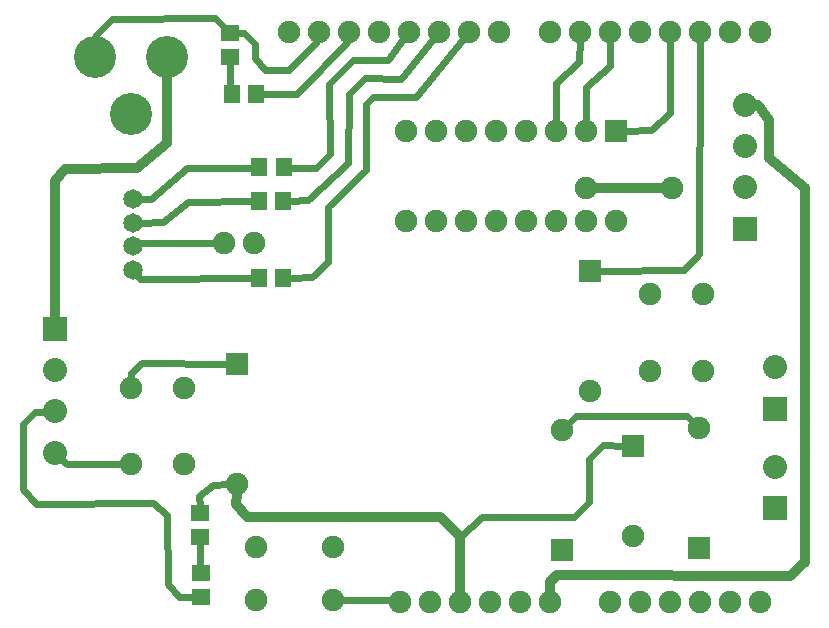
<source format=gtl>
G04 MADE WITH FRITZING*
G04 WWW.FRITZING.ORG*
G04 DOUBLE SIDED*
G04 HOLES PLATED*
G04 CONTOUR ON CENTER OF CONTOUR VECTOR*
%ASAXBY*%
%FSLAX23Y23*%
%MOIN*%
%OFA0B0*%
%SFA1.0B1.0*%
%ADD10C,0.075000*%
%ADD11C,0.080000*%
%ADD12C,0.065000*%
%ADD13C,0.140000*%
%ADD14R,0.080000X0.080000*%
%ADD15R,0.075000X0.075000*%
%ADD16R,0.059055X0.055118*%
%ADD17R,0.055118X0.059055*%
%ADD18C,0.032000*%
%ADD19C,0.024000*%
%LNCOPPER1*%
G90*
G70*
G54D10*
X949Y1993D03*
X1049Y1993D03*
X1149Y1993D03*
X1249Y1993D03*
X1349Y1993D03*
X1449Y1993D03*
X1549Y1993D03*
X1649Y1993D03*
X1819Y1993D03*
X1919Y1993D03*
X2019Y1993D03*
X2119Y1993D03*
X2219Y1993D03*
X2319Y1993D03*
X2419Y1993D03*
X2519Y1993D03*
X1319Y93D03*
X1419Y93D03*
X1519Y93D03*
X1619Y93D03*
X1719Y93D03*
X1819Y93D03*
X2019Y93D03*
X2119Y93D03*
X2219Y93D03*
X2319Y93D03*
X2419Y93D03*
X2519Y93D03*
G54D11*
X2472Y1337D03*
X2472Y1475D03*
X2472Y1612D03*
X2472Y1750D03*
G54D12*
X430Y1199D03*
X430Y1278D03*
X430Y1357D03*
X430Y1436D03*
G54D13*
X545Y1910D03*
X305Y1910D03*
X425Y1720D03*
G54D10*
X841Y277D03*
X1097Y277D03*
X841Y100D03*
X1097Y100D03*
X2040Y1663D03*
X2040Y1363D03*
X1940Y1663D03*
X1940Y1363D03*
X1840Y1663D03*
X1840Y1363D03*
X1740Y1663D03*
X1740Y1363D03*
X1640Y1663D03*
X1640Y1363D03*
X1540Y1663D03*
X1540Y1363D03*
X1440Y1663D03*
X1440Y1363D03*
X1340Y1663D03*
X1340Y1363D03*
X601Y806D03*
X601Y551D03*
X423Y806D03*
X423Y551D03*
X2332Y1119D03*
X2332Y863D03*
X2155Y1119D03*
X2155Y863D03*
X1954Y1195D03*
X1954Y795D03*
X2317Y273D03*
X2317Y673D03*
X1862Y264D03*
X1862Y664D03*
X776Y886D03*
X776Y486D03*
G54D11*
X169Y1003D03*
X169Y865D03*
X169Y728D03*
X169Y590D03*
X2569Y737D03*
X2569Y874D03*
G54D10*
X2096Y612D03*
X2096Y312D03*
G54D11*
X2570Y405D03*
X2570Y543D03*
G54D10*
X835Y1290D03*
X735Y1290D03*
X2226Y1472D03*
X1940Y1472D03*
G54D14*
X2472Y1337D03*
G54D15*
X2040Y1663D03*
X1954Y1195D03*
X2317Y273D03*
X1862Y264D03*
X776Y886D03*
G54D14*
X169Y1003D03*
X2569Y737D03*
G54D15*
X2096Y612D03*
G54D14*
X2570Y405D03*
G54D16*
X755Y1989D03*
X755Y1909D03*
G54D17*
X761Y1785D03*
X842Y1785D03*
X931Y1171D03*
X850Y1171D03*
X932Y1429D03*
X851Y1429D03*
X933Y1541D03*
X852Y1541D03*
G54D16*
X654Y309D03*
X654Y389D03*
X656Y108D03*
X656Y189D03*
G54D18*
X444Y1538D02*
X205Y1537D01*
D02*
X169Y1497D02*
X169Y1040D01*
D02*
X543Y1622D02*
X444Y1538D01*
D02*
X205Y1537D02*
X169Y1497D01*
D02*
X544Y1844D02*
X543Y1622D01*
G54D19*
D02*
X2156Y1664D02*
X2069Y1663D01*
D02*
X2219Y1722D02*
X2156Y1664D01*
D02*
X2219Y1964D02*
X2219Y1722D01*
D02*
X1941Y1808D02*
X2020Y1878D01*
D02*
X1940Y1692D02*
X1941Y1808D01*
D02*
X2020Y1878D02*
X2019Y1964D01*
D02*
X1839Y1822D02*
X1840Y1692D01*
D02*
X1919Y1964D02*
X1916Y1892D01*
D02*
X1916Y1892D02*
X1839Y1822D01*
D02*
X2276Y713D02*
X2296Y693D01*
D02*
X1882Y685D02*
X1908Y712D01*
D02*
X1908Y712D02*
X2276Y713D01*
G54D18*
D02*
X2670Y1471D02*
X2551Y1573D01*
D02*
X2551Y1573D02*
X2551Y1700D01*
D02*
X2551Y1700D02*
X2514Y1748D01*
D02*
X2514Y1748D02*
X2508Y1748D01*
D02*
X2670Y227D02*
X2670Y1471D01*
D02*
X1819Y159D02*
X1844Y181D01*
D02*
X1844Y181D02*
X2619Y179D01*
D02*
X2619Y179D02*
X2670Y227D01*
D02*
X1819Y127D02*
X1819Y159D01*
G54D19*
D02*
X1520Y310D02*
X1593Y377D01*
D02*
X1593Y377D02*
X1900Y377D01*
D02*
X1900Y377D02*
X1949Y426D01*
D02*
X1949Y426D02*
X1949Y568D01*
D02*
X1949Y568D02*
X1996Y615D01*
D02*
X1996Y615D02*
X2068Y613D01*
D02*
X1519Y121D02*
X1520Y310D01*
D02*
X1296Y98D02*
X1126Y100D01*
D02*
X1292Y100D02*
X1296Y98D01*
G54D18*
D02*
X775Y418D02*
X776Y452D01*
D02*
X809Y377D02*
X775Y418D01*
D02*
X1453Y377D02*
X809Y377D01*
D02*
X1520Y312D02*
X1453Y377D01*
D02*
X1519Y127D02*
X1520Y312D01*
G54D19*
D02*
X652Y444D02*
X653Y411D01*
D02*
X696Y483D02*
X652Y444D01*
D02*
X747Y485D02*
X696Y483D01*
D02*
X654Y287D02*
X655Y211D01*
D02*
X209Y552D02*
X191Y568D01*
D02*
X395Y551D02*
X209Y552D01*
D02*
X424Y856D02*
X424Y835D01*
D02*
X459Y890D02*
X424Y856D01*
D02*
X747Y887D02*
X459Y890D01*
D02*
X851Y1172D02*
X850Y1171D01*
D02*
X454Y1170D02*
X851Y1172D01*
D02*
X445Y1181D02*
X454Y1170D01*
D02*
X462Y1288D02*
X706Y1290D01*
D02*
X452Y1285D02*
X462Y1288D01*
D02*
X615Y1427D02*
X829Y1429D01*
D02*
X453Y1357D02*
X530Y1358D01*
D02*
X530Y1358D02*
X615Y1427D01*
D02*
X612Y1539D02*
X830Y1540D01*
D02*
X453Y1436D02*
X489Y1436D01*
D02*
X489Y1436D02*
X612Y1539D01*
D02*
X754Y1824D02*
X757Y1809D01*
D02*
X755Y1887D02*
X754Y1824D01*
D02*
X1041Y1538D02*
X955Y1540D01*
D02*
X1087Y1585D02*
X1041Y1538D01*
D02*
X1085Y1818D02*
X1087Y1585D01*
D02*
X1163Y1900D02*
X1085Y1818D01*
D02*
X1280Y1900D02*
X1163Y1900D01*
D02*
X1332Y1970D02*
X1280Y1900D01*
D02*
X1013Y1431D02*
X954Y1430D01*
D02*
X1148Y1557D02*
X1013Y1431D01*
D02*
X1150Y1785D02*
X1148Y1557D01*
D02*
X1204Y1838D02*
X1150Y1785D01*
D02*
X1324Y1837D02*
X1204Y1838D01*
D02*
X1432Y1970D02*
X1324Y1837D01*
D02*
X1028Y1175D02*
X953Y1172D01*
D02*
X1080Y1227D02*
X1028Y1175D01*
D02*
X1081Y1409D02*
X1080Y1227D01*
D02*
X1207Y1533D02*
X1081Y1409D01*
D02*
X1207Y1751D02*
X1207Y1533D01*
D02*
X1375Y1776D02*
X1232Y1776D01*
D02*
X1232Y1776D02*
X1207Y1751D01*
D02*
X1532Y1970D02*
X1375Y1776D01*
D02*
X976Y1787D02*
X864Y1786D01*
D02*
X1146Y1963D02*
X976Y1787D01*
D02*
X1146Y1964D02*
X1146Y1963D01*
D02*
X704Y2038D02*
X361Y2037D01*
D02*
X361Y2037D02*
X306Y1983D01*
D02*
X306Y1983D02*
X305Y1971D01*
D02*
X732Y2011D02*
X704Y2038D01*
D02*
X584Y108D02*
X632Y108D01*
D02*
X544Y382D02*
X547Y152D01*
D02*
X547Y152D02*
X584Y108D01*
D02*
X65Y470D02*
X108Y419D01*
D02*
X498Y423D02*
X544Y382D01*
D02*
X108Y419D02*
X498Y423D01*
D02*
X65Y686D02*
X65Y470D01*
D02*
X104Y725D02*
X65Y686D01*
D02*
X138Y726D02*
X104Y725D01*
D02*
X1047Y1966D02*
X1047Y1964D01*
D02*
X951Y1864D02*
X1047Y1966D01*
D02*
X869Y1867D02*
X951Y1864D01*
D02*
X838Y1905D02*
X869Y1867D01*
D02*
X838Y1953D02*
X838Y1905D01*
D02*
X801Y1990D02*
X838Y1953D01*
D02*
X779Y1990D02*
X801Y1990D01*
D02*
X2317Y1251D02*
X2319Y1964D01*
D02*
X2268Y1200D02*
X2317Y1251D01*
D02*
X1982Y1195D02*
X2268Y1200D01*
G54D18*
D02*
X1975Y1472D02*
X2192Y1472D01*
G04 End of Copper1*
M02*
</source>
